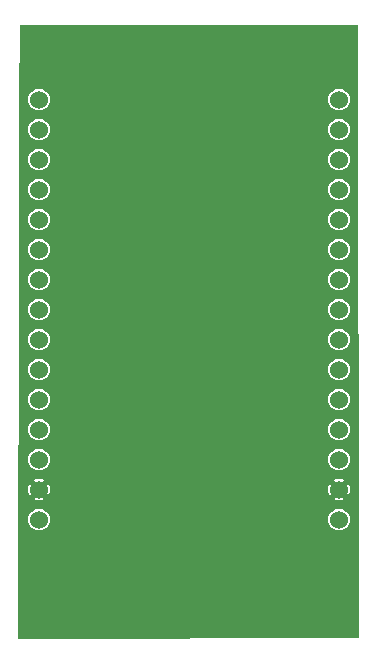
<source format=gbr>
%TF.GenerationSoftware,KiCad,Pcbnew,7.0.8-7.0.8~ubuntu22.04.1*%
%TF.CreationDate,2023-12-23T17:01:05+01:00*%
%TF.ProjectId,Smart_Light,536d6172-745f-44c6-9967-68742e6b6963,rev?*%
%TF.SameCoordinates,Original*%
%TF.FileFunction,Copper,L2,Bot*%
%TF.FilePolarity,Positive*%
%FSLAX46Y46*%
G04 Gerber Fmt 4.6, Leading zero omitted, Abs format (unit mm)*
G04 Created by KiCad (PCBNEW 7.0.8-7.0.8~ubuntu22.04.1) date 2023-12-23 17:01:05*
%MOMM*%
%LPD*%
G01*
G04 APERTURE LIST*
%TA.AperFunction,ComponentPad*%
%ADD10C,1.524000*%
%TD*%
G04 APERTURE END LIST*
D10*
%TO.P,U1,1,EN*%
%TO.N,unconnected-(U1-EN-Pad1)*%
X151645000Y-75900000D03*
%TO.P,U1,2,GPIO36*%
%TO.N,unconnected-(U1-GPIO36-Pad2)*%
X151645000Y-78440000D03*
%TO.P,U1,3,GPIO39*%
%TO.N,unconnected-(U1-GPIO39-Pad3)*%
X151645000Y-80980000D03*
%TO.P,U1,4,GPIO34*%
%TO.N,unconnected-(U1-GPIO34-Pad4)*%
X151645000Y-83520000D03*
%TO.P,U1,5,GPIO35*%
%TO.N,unconnected-(U1-GPIO35-Pad5)*%
X151645000Y-86060000D03*
%TO.P,U1,6,GPIO32*%
%TO.N,unconnected-(U1-GPIO32-Pad6)*%
X151645000Y-88600000D03*
%TO.P,U1,7,GPIO33*%
%TO.N,unconnected-(U1-GPIO33-Pad7)*%
X151645000Y-91140000D03*
%TO.P,U1,8,GPIO25*%
%TO.N,unconnected-(U1-GPIO25-Pad8)*%
X151645000Y-93680000D03*
%TO.P,U1,9,GPIO26*%
%TO.N,unconnected-(U1-GPIO26-Pad9)*%
X151645000Y-96220000D03*
%TO.P,U1,10,GPIO27*%
%TO.N,unconnected-(U1-GPIO27-Pad10)*%
X151645000Y-98760000D03*
%TO.P,U1,11,GPIO14*%
%TO.N,unconnected-(U1-GPIO14-Pad11)*%
X151645000Y-101300000D03*
%TO.P,U1,12,GPIO12*%
%TO.N,unconnected-(U1-GPIO12-Pad12)*%
X151645000Y-103840000D03*
%TO.P,U1,13,GPIO13*%
%TO.N,unconnected-(U1-GPIO13-Pad13)*%
X151645000Y-106380000D03*
%TO.P,U1,14,GND*%
%TO.N,Earth*%
X151645000Y-108920000D03*
%TO.P,U1,15,VIN*%
%TO.N,+5V*%
X151645000Y-111460000D03*
%TO.P,U1,16,GPIO23*%
%TO.N,unconnected-(U1-GPIO23-Pad16)*%
X126245000Y-75900000D03*
%TO.P,U1,17,GPIO22*%
%TO.N,unconnected-(U1-GPIO22-Pad17)*%
X126245000Y-78440000D03*
%TO.P,U1,18,GPIO01*%
%TO.N,unconnected-(U1-GPIO01-Pad18)*%
X126245000Y-80980000D03*
%TO.P,U1,19,GPIO03*%
%TO.N,unconnected-(U1-GPIO03-Pad19)*%
X126245000Y-83520000D03*
%TO.P,U1,20,GPIO21*%
%TO.N,unconnected-(U1-GPIO21-Pad20)*%
X126245000Y-86060000D03*
%TO.P,U1,21,GPIO19*%
%TO.N,unconnected-(U1-GPIO19-Pad21)*%
X126245000Y-88600000D03*
%TO.P,U1,22,GPIO18*%
%TO.N,unconnected-(U1-GPIO18-Pad22)*%
X126245000Y-91140000D03*
%TO.P,U1,23,GPIO05*%
%TO.N,unconnected-(U1-GPIO05-Pad23)*%
X126245000Y-93680000D03*
%TO.P,U1,24,GPIO17*%
%TO.N,unconnected-(U1-GPIO17-Pad24)*%
X126245000Y-96220000D03*
%TO.P,U1,25,GPIO16*%
%TO.N,unconnected-(U1-GPIO16-Pad25)*%
X126245000Y-98760000D03*
%TO.P,U1,26,GPIO04*%
%TO.N,/LIGHT_CTRL*%
X126245000Y-101300000D03*
%TO.P,U1,27,GPIO02*%
%TO.N,unconnected-(U1-GPIO02-Pad27)*%
X126245000Y-103840000D03*
%TO.P,U1,28,GPIO15*%
%TO.N,unconnected-(U1-GPIO15-Pad28)*%
X126245000Y-106380000D03*
%TO.P,U1,29,GND*%
%TO.N,Earth*%
X126245000Y-108920000D03*
%TO.P,U1,30,3V3*%
%TO.N,unconnected-(U1-3V3-Pad30)*%
X126245000Y-111460000D03*
%TD*%
%TA.AperFunction,Conductor*%
%TO.N,Earth*%
G36*
X153146370Y-69589870D02*
G01*
X153213387Y-69609625D01*
X153259086Y-69662477D01*
X153270238Y-69713631D01*
X153369761Y-121326318D01*
X153350206Y-121393395D01*
X153297490Y-121439252D01*
X153246319Y-121450556D01*
X124584870Y-121579438D01*
X124517742Y-121560055D01*
X124471750Y-121507457D01*
X124460312Y-121455129D01*
X124483010Y-112372500D01*
X124485290Y-111460000D01*
X125327474Y-111460000D01*
X125347524Y-111650764D01*
X125347525Y-111650767D01*
X125406795Y-111833185D01*
X125406798Y-111833191D01*
X125502704Y-111999306D01*
X125502709Y-111999313D01*
X125631054Y-112141854D01*
X125631056Y-112141856D01*
X125786235Y-112254600D01*
X125786236Y-112254601D01*
X125961469Y-112332619D01*
X126149092Y-112372500D01*
X126340908Y-112372500D01*
X126528531Y-112332619D01*
X126703763Y-112254601D01*
X126858945Y-112141855D01*
X126941348Y-112050336D01*
X126987290Y-111999313D01*
X126987295Y-111999306D01*
X127083202Y-111833191D01*
X127142476Y-111650764D01*
X127162526Y-111460000D01*
X150727474Y-111460000D01*
X150747524Y-111650764D01*
X150747525Y-111650767D01*
X150806795Y-111833185D01*
X150806798Y-111833191D01*
X150902704Y-111999306D01*
X150902709Y-111999313D01*
X151031054Y-112141854D01*
X151031056Y-112141856D01*
X151186235Y-112254600D01*
X151186236Y-112254601D01*
X151361469Y-112332619D01*
X151549092Y-112372500D01*
X151740908Y-112372500D01*
X151928531Y-112332619D01*
X152103763Y-112254601D01*
X152258945Y-112141855D01*
X152341348Y-112050336D01*
X152387290Y-111999313D01*
X152387295Y-111999306D01*
X152483202Y-111833191D01*
X152542476Y-111650764D01*
X152562526Y-111460000D01*
X152542476Y-111269236D01*
X152483202Y-111086809D01*
X152387294Y-110920692D01*
X152387290Y-110920686D01*
X152258945Y-110778145D01*
X152258943Y-110778143D01*
X152103764Y-110665399D01*
X152103763Y-110665398D01*
X151928530Y-110587380D01*
X151740908Y-110547500D01*
X151549092Y-110547500D01*
X151361469Y-110587380D01*
X151361468Y-110587380D01*
X151186236Y-110665398D01*
X151186235Y-110665399D01*
X151031056Y-110778143D01*
X151031054Y-110778145D01*
X150902709Y-110920686D01*
X150902704Y-110920693D01*
X150806798Y-111086808D01*
X150806795Y-111086814D01*
X150747525Y-111269232D01*
X150747524Y-111269236D01*
X150727474Y-111460000D01*
X127162526Y-111460000D01*
X127142476Y-111269236D01*
X127083202Y-111086809D01*
X126987294Y-110920692D01*
X126987290Y-110920686D01*
X126858945Y-110778145D01*
X126858943Y-110778143D01*
X126703764Y-110665399D01*
X126703763Y-110665398D01*
X126528530Y-110587380D01*
X126340908Y-110547500D01*
X126149092Y-110547500D01*
X125961469Y-110587380D01*
X125961468Y-110587380D01*
X125786236Y-110665398D01*
X125786235Y-110665399D01*
X125631056Y-110778143D01*
X125631054Y-110778145D01*
X125502709Y-110920686D01*
X125502704Y-110920693D01*
X125406798Y-111086808D01*
X125406795Y-111086814D01*
X125347525Y-111269232D01*
X125347524Y-111269236D01*
X125327474Y-111460000D01*
X124485290Y-111460000D01*
X124491638Y-108920000D01*
X125327976Y-108920000D01*
X125348016Y-109110663D01*
X125407254Y-109292980D01*
X125407257Y-109292987D01*
X125447960Y-109363486D01*
X125860096Y-108951350D01*
X125860051Y-108951898D01*
X125891266Y-109075162D01*
X125960813Y-109181612D01*
X126061157Y-109259713D01*
X126181422Y-109301000D01*
X126217553Y-109301000D01*
X125798871Y-109719679D01*
X125961626Y-109792142D01*
X126149144Y-109831999D01*
X126149145Y-109832000D01*
X126340855Y-109832000D01*
X126340855Y-109831999D01*
X126528373Y-109792142D01*
X126528381Y-109792140D01*
X126691126Y-109719680D01*
X126691126Y-109719679D01*
X126272448Y-109301000D01*
X126276569Y-109301000D01*
X126370421Y-109285339D01*
X126482251Y-109224820D01*
X126568371Y-109131269D01*
X126619448Y-109014823D01*
X126625105Y-108946552D01*
X127042038Y-109363486D01*
X127042039Y-109363485D01*
X127082743Y-109292987D01*
X127141983Y-109110663D01*
X127162023Y-108920000D01*
X150727976Y-108920000D01*
X150748016Y-109110663D01*
X150807254Y-109292980D01*
X150807257Y-109292987D01*
X150847960Y-109363486D01*
X151260096Y-108951350D01*
X151260051Y-108951898D01*
X151291266Y-109075162D01*
X151360813Y-109181612D01*
X151461157Y-109259713D01*
X151581422Y-109301000D01*
X151617553Y-109301000D01*
X151198871Y-109719679D01*
X151361626Y-109792142D01*
X151549144Y-109831999D01*
X151549145Y-109832000D01*
X151740855Y-109832000D01*
X151740855Y-109831999D01*
X151928373Y-109792142D01*
X151928381Y-109792140D01*
X152091126Y-109719680D01*
X152091126Y-109719679D01*
X151672448Y-109301000D01*
X151676569Y-109301000D01*
X151770421Y-109285339D01*
X151882251Y-109224820D01*
X151968371Y-109131269D01*
X152019448Y-109014823D01*
X152025105Y-108946552D01*
X152442038Y-109363486D01*
X152442039Y-109363485D01*
X152482743Y-109292987D01*
X152541983Y-109110663D01*
X152562023Y-108920000D01*
X152541983Y-108729336D01*
X152482744Y-108547015D01*
X152442038Y-108476512D01*
X152029903Y-108888648D01*
X152029949Y-108888102D01*
X151998734Y-108764838D01*
X151929187Y-108658388D01*
X151828843Y-108580287D01*
X151708578Y-108539000D01*
X151672448Y-108539000D01*
X152091127Y-108120319D01*
X151928373Y-108047857D01*
X151740855Y-108008000D01*
X151549145Y-108008000D01*
X151361627Y-108047857D01*
X151361624Y-108047857D01*
X151198871Y-108120319D01*
X151617553Y-108539000D01*
X151613431Y-108539000D01*
X151519579Y-108554661D01*
X151407749Y-108615180D01*
X151321629Y-108708731D01*
X151270552Y-108825177D01*
X151264894Y-108893446D01*
X150847960Y-108476513D01*
X150807257Y-108547012D01*
X150807254Y-108547019D01*
X150748016Y-108729336D01*
X150727976Y-108920000D01*
X127162023Y-108920000D01*
X127141983Y-108729336D01*
X127082744Y-108547015D01*
X127042038Y-108476512D01*
X126629903Y-108888648D01*
X126629949Y-108888102D01*
X126598734Y-108764838D01*
X126529187Y-108658388D01*
X126428843Y-108580287D01*
X126308578Y-108539000D01*
X126272448Y-108539000D01*
X126691127Y-108120319D01*
X126528373Y-108047857D01*
X126340855Y-108008000D01*
X126149145Y-108008000D01*
X125961627Y-108047857D01*
X125961624Y-108047857D01*
X125798871Y-108120319D01*
X126217553Y-108539000D01*
X126213431Y-108539000D01*
X126119579Y-108554661D01*
X126007749Y-108615180D01*
X125921629Y-108708731D01*
X125870552Y-108825177D01*
X125864894Y-108893446D01*
X125447960Y-108476513D01*
X125407257Y-108547012D01*
X125407254Y-108547019D01*
X125348016Y-108729336D01*
X125327976Y-108920000D01*
X124491638Y-108920000D01*
X124497985Y-106380000D01*
X125327474Y-106380000D01*
X125347524Y-106570764D01*
X125347525Y-106570767D01*
X125406795Y-106753185D01*
X125406798Y-106753191D01*
X125502704Y-106919306D01*
X125502709Y-106919313D01*
X125631054Y-107061854D01*
X125631056Y-107061856D01*
X125786235Y-107174600D01*
X125786236Y-107174601D01*
X125961469Y-107252619D01*
X126149092Y-107292500D01*
X126340908Y-107292500D01*
X126528531Y-107252619D01*
X126703763Y-107174601D01*
X126858945Y-107061855D01*
X126941348Y-106970336D01*
X126987290Y-106919313D01*
X126987295Y-106919306D01*
X127083202Y-106753191D01*
X127142476Y-106570764D01*
X127162526Y-106380000D01*
X150727474Y-106380000D01*
X150747524Y-106570764D01*
X150747525Y-106570767D01*
X150806795Y-106753185D01*
X150806798Y-106753191D01*
X150902704Y-106919306D01*
X150902709Y-106919313D01*
X151031054Y-107061854D01*
X151031056Y-107061856D01*
X151186235Y-107174600D01*
X151186236Y-107174601D01*
X151361469Y-107252619D01*
X151549092Y-107292500D01*
X151740908Y-107292500D01*
X151928531Y-107252619D01*
X152103763Y-107174601D01*
X152258945Y-107061855D01*
X152341348Y-106970336D01*
X152387290Y-106919313D01*
X152387295Y-106919306D01*
X152483202Y-106753191D01*
X152542476Y-106570764D01*
X152562526Y-106380000D01*
X152542476Y-106189236D01*
X152483202Y-106006809D01*
X152387294Y-105840692D01*
X152387290Y-105840686D01*
X152258945Y-105698145D01*
X152258943Y-105698143D01*
X152103764Y-105585399D01*
X152103763Y-105585398D01*
X151928530Y-105507380D01*
X151740908Y-105467500D01*
X151549092Y-105467500D01*
X151361469Y-105507380D01*
X151361468Y-105507380D01*
X151186236Y-105585398D01*
X151186235Y-105585399D01*
X151031056Y-105698143D01*
X151031054Y-105698145D01*
X150902709Y-105840686D01*
X150902704Y-105840693D01*
X150806798Y-106006808D01*
X150806795Y-106006814D01*
X150747525Y-106189232D01*
X150747524Y-106189236D01*
X150727474Y-106380000D01*
X127162526Y-106380000D01*
X127142476Y-106189236D01*
X127083202Y-106006809D01*
X126987294Y-105840692D01*
X126987290Y-105840686D01*
X126858945Y-105698145D01*
X126858943Y-105698143D01*
X126703764Y-105585399D01*
X126703763Y-105585398D01*
X126528530Y-105507380D01*
X126340908Y-105467500D01*
X126149092Y-105467500D01*
X125961469Y-105507380D01*
X125961468Y-105507380D01*
X125786236Y-105585398D01*
X125786235Y-105585399D01*
X125631056Y-105698143D01*
X125631054Y-105698145D01*
X125502709Y-105840686D01*
X125502704Y-105840693D01*
X125406798Y-106006808D01*
X125406795Y-106006814D01*
X125347525Y-106189232D01*
X125347524Y-106189236D01*
X125327474Y-106380000D01*
X124497985Y-106380000D01*
X124504333Y-103840000D01*
X125327474Y-103840000D01*
X125347524Y-104030764D01*
X125347525Y-104030767D01*
X125406795Y-104213185D01*
X125406798Y-104213191D01*
X125502704Y-104379306D01*
X125502709Y-104379313D01*
X125631054Y-104521854D01*
X125631056Y-104521856D01*
X125786235Y-104634600D01*
X125786236Y-104634601D01*
X125961469Y-104712619D01*
X126149092Y-104752500D01*
X126340908Y-104752500D01*
X126528531Y-104712619D01*
X126703763Y-104634601D01*
X126858945Y-104521855D01*
X126941348Y-104430336D01*
X126987290Y-104379313D01*
X126987295Y-104379306D01*
X127083202Y-104213191D01*
X127142476Y-104030764D01*
X127162526Y-103840000D01*
X150727474Y-103840000D01*
X150747524Y-104030764D01*
X150747525Y-104030767D01*
X150806795Y-104213185D01*
X150806798Y-104213191D01*
X150902704Y-104379306D01*
X150902709Y-104379313D01*
X151031054Y-104521854D01*
X151031056Y-104521856D01*
X151186235Y-104634600D01*
X151186236Y-104634601D01*
X151361469Y-104712619D01*
X151549092Y-104752500D01*
X151740908Y-104752500D01*
X151928531Y-104712619D01*
X152103763Y-104634601D01*
X152258945Y-104521855D01*
X152341348Y-104430336D01*
X152387290Y-104379313D01*
X152387295Y-104379306D01*
X152483202Y-104213191D01*
X152542476Y-104030764D01*
X152562526Y-103840000D01*
X152542476Y-103649236D01*
X152483202Y-103466809D01*
X152387294Y-103300692D01*
X152387290Y-103300686D01*
X152258945Y-103158145D01*
X152258943Y-103158143D01*
X152103764Y-103045399D01*
X152103763Y-103045398D01*
X151928530Y-102967380D01*
X151740908Y-102927500D01*
X151549092Y-102927500D01*
X151361469Y-102967380D01*
X151361468Y-102967380D01*
X151186236Y-103045398D01*
X151186235Y-103045399D01*
X151031056Y-103158143D01*
X151031054Y-103158145D01*
X150902709Y-103300686D01*
X150902704Y-103300693D01*
X150806798Y-103466808D01*
X150806795Y-103466814D01*
X150747525Y-103649232D01*
X150747524Y-103649236D01*
X150727474Y-103840000D01*
X127162526Y-103840000D01*
X127142476Y-103649236D01*
X127083202Y-103466809D01*
X126987294Y-103300692D01*
X126987290Y-103300686D01*
X126858945Y-103158145D01*
X126858943Y-103158143D01*
X126703764Y-103045399D01*
X126703763Y-103045398D01*
X126528530Y-102967380D01*
X126340908Y-102927500D01*
X126149092Y-102927500D01*
X125961469Y-102967380D01*
X125961468Y-102967380D01*
X125786236Y-103045398D01*
X125786235Y-103045399D01*
X125631056Y-103158143D01*
X125631054Y-103158145D01*
X125502709Y-103300686D01*
X125502704Y-103300693D01*
X125406798Y-103466808D01*
X125406795Y-103466814D01*
X125347525Y-103649232D01*
X125347524Y-103649236D01*
X125327474Y-103840000D01*
X124504333Y-103840000D01*
X124510680Y-101300000D01*
X125327474Y-101300000D01*
X125347524Y-101490764D01*
X125347525Y-101490767D01*
X125406795Y-101673185D01*
X125406798Y-101673191D01*
X125502704Y-101839306D01*
X125502709Y-101839313D01*
X125631054Y-101981854D01*
X125631056Y-101981856D01*
X125786235Y-102094600D01*
X125786236Y-102094601D01*
X125961469Y-102172619D01*
X126149092Y-102212500D01*
X126340908Y-102212500D01*
X126528531Y-102172619D01*
X126703763Y-102094601D01*
X126858945Y-101981855D01*
X126941348Y-101890336D01*
X126987290Y-101839313D01*
X126987295Y-101839306D01*
X127083202Y-101673191D01*
X127142476Y-101490764D01*
X127162526Y-101300000D01*
X150727474Y-101300000D01*
X150747524Y-101490764D01*
X150747525Y-101490767D01*
X150806795Y-101673185D01*
X150806798Y-101673191D01*
X150902704Y-101839306D01*
X150902709Y-101839313D01*
X151031054Y-101981854D01*
X151031056Y-101981856D01*
X151186235Y-102094600D01*
X151186236Y-102094601D01*
X151361469Y-102172619D01*
X151549092Y-102212500D01*
X151740908Y-102212500D01*
X151928531Y-102172619D01*
X152103763Y-102094601D01*
X152258945Y-101981855D01*
X152341348Y-101890336D01*
X152387290Y-101839313D01*
X152387295Y-101839306D01*
X152483202Y-101673191D01*
X152542476Y-101490764D01*
X152562526Y-101300000D01*
X152542476Y-101109236D01*
X152483202Y-100926809D01*
X152387294Y-100760692D01*
X152387290Y-100760686D01*
X152258945Y-100618145D01*
X152258943Y-100618143D01*
X152103764Y-100505399D01*
X152103763Y-100505398D01*
X151928530Y-100427380D01*
X151740908Y-100387500D01*
X151549092Y-100387500D01*
X151361469Y-100427380D01*
X151361468Y-100427380D01*
X151186236Y-100505398D01*
X151186235Y-100505399D01*
X151031056Y-100618143D01*
X151031054Y-100618145D01*
X150902709Y-100760686D01*
X150902704Y-100760693D01*
X150806798Y-100926808D01*
X150806795Y-100926814D01*
X150747525Y-101109232D01*
X150747524Y-101109236D01*
X150727474Y-101300000D01*
X127162526Y-101300000D01*
X127142476Y-101109236D01*
X127083202Y-100926809D01*
X126987294Y-100760692D01*
X126987290Y-100760686D01*
X126858945Y-100618145D01*
X126858943Y-100618143D01*
X126703764Y-100505399D01*
X126703763Y-100505398D01*
X126528530Y-100427380D01*
X126340908Y-100387500D01*
X126149092Y-100387500D01*
X125961469Y-100427380D01*
X125961468Y-100427380D01*
X125786236Y-100505398D01*
X125786235Y-100505399D01*
X125631056Y-100618143D01*
X125631054Y-100618145D01*
X125502709Y-100760686D01*
X125502704Y-100760693D01*
X125406798Y-100926808D01*
X125406795Y-100926814D01*
X125347525Y-101109232D01*
X125347524Y-101109236D01*
X125327474Y-101300000D01*
X124510680Y-101300000D01*
X124517028Y-98760000D01*
X125327474Y-98760000D01*
X125347524Y-98950764D01*
X125347525Y-98950767D01*
X125406795Y-99133185D01*
X125406798Y-99133191D01*
X125502704Y-99299306D01*
X125502709Y-99299313D01*
X125631054Y-99441854D01*
X125631056Y-99441856D01*
X125786235Y-99554600D01*
X125786236Y-99554601D01*
X125961469Y-99632619D01*
X126149092Y-99672500D01*
X126340908Y-99672500D01*
X126528531Y-99632619D01*
X126703763Y-99554601D01*
X126858945Y-99441855D01*
X126941348Y-99350336D01*
X126987290Y-99299313D01*
X126987295Y-99299306D01*
X127083202Y-99133191D01*
X127142476Y-98950764D01*
X127162526Y-98760000D01*
X150727474Y-98760000D01*
X150747524Y-98950764D01*
X150747525Y-98950767D01*
X150806795Y-99133185D01*
X150806798Y-99133191D01*
X150902704Y-99299306D01*
X150902709Y-99299313D01*
X151031054Y-99441854D01*
X151031056Y-99441856D01*
X151186235Y-99554600D01*
X151186236Y-99554601D01*
X151361469Y-99632619D01*
X151549092Y-99672500D01*
X151740908Y-99672500D01*
X151928531Y-99632619D01*
X152103763Y-99554601D01*
X152258945Y-99441855D01*
X152341348Y-99350336D01*
X152387290Y-99299313D01*
X152387295Y-99299306D01*
X152483202Y-99133191D01*
X152542476Y-98950764D01*
X152562526Y-98760000D01*
X152542476Y-98569236D01*
X152483202Y-98386809D01*
X152387294Y-98220692D01*
X152387290Y-98220686D01*
X152258945Y-98078145D01*
X152258943Y-98078143D01*
X152103764Y-97965399D01*
X152103763Y-97965398D01*
X151928530Y-97887380D01*
X151740908Y-97847500D01*
X151549092Y-97847500D01*
X151361469Y-97887380D01*
X151361468Y-97887380D01*
X151186236Y-97965398D01*
X151186235Y-97965399D01*
X151031056Y-98078143D01*
X151031054Y-98078145D01*
X150902709Y-98220686D01*
X150902704Y-98220693D01*
X150806798Y-98386808D01*
X150806795Y-98386814D01*
X150747525Y-98569232D01*
X150747524Y-98569236D01*
X150727474Y-98760000D01*
X127162526Y-98760000D01*
X127142476Y-98569236D01*
X127083202Y-98386809D01*
X126987294Y-98220692D01*
X126987290Y-98220686D01*
X126858945Y-98078145D01*
X126858943Y-98078143D01*
X126703764Y-97965399D01*
X126703763Y-97965398D01*
X126528530Y-97887380D01*
X126340908Y-97847500D01*
X126149092Y-97847500D01*
X125961469Y-97887380D01*
X125961468Y-97887380D01*
X125786236Y-97965398D01*
X125786235Y-97965399D01*
X125631056Y-98078143D01*
X125631054Y-98078145D01*
X125502709Y-98220686D01*
X125502704Y-98220693D01*
X125406798Y-98386808D01*
X125406795Y-98386814D01*
X125347525Y-98569232D01*
X125347524Y-98569236D01*
X125327474Y-98760000D01*
X124517028Y-98760000D01*
X124523375Y-96220000D01*
X125327474Y-96220000D01*
X125347524Y-96410764D01*
X125347525Y-96410767D01*
X125406795Y-96593185D01*
X125406798Y-96593191D01*
X125502704Y-96759306D01*
X125502709Y-96759313D01*
X125631054Y-96901854D01*
X125631056Y-96901856D01*
X125786235Y-97014600D01*
X125786236Y-97014601D01*
X125961469Y-97092619D01*
X126149092Y-97132500D01*
X126340908Y-97132500D01*
X126528531Y-97092619D01*
X126703763Y-97014601D01*
X126858945Y-96901855D01*
X126941348Y-96810336D01*
X126987290Y-96759313D01*
X126987295Y-96759306D01*
X127083202Y-96593191D01*
X127142476Y-96410764D01*
X127162526Y-96220000D01*
X150727474Y-96220000D01*
X150747524Y-96410764D01*
X150747525Y-96410767D01*
X150806795Y-96593185D01*
X150806798Y-96593191D01*
X150902704Y-96759306D01*
X150902709Y-96759313D01*
X151031054Y-96901854D01*
X151031056Y-96901856D01*
X151186235Y-97014600D01*
X151186236Y-97014601D01*
X151361469Y-97092619D01*
X151549092Y-97132500D01*
X151740908Y-97132500D01*
X151928531Y-97092619D01*
X152103763Y-97014601D01*
X152258945Y-96901855D01*
X152341348Y-96810336D01*
X152387290Y-96759313D01*
X152387295Y-96759306D01*
X152483202Y-96593191D01*
X152542476Y-96410764D01*
X152562526Y-96220000D01*
X152542476Y-96029236D01*
X152483202Y-95846809D01*
X152387294Y-95680692D01*
X152387290Y-95680686D01*
X152258945Y-95538145D01*
X152258943Y-95538143D01*
X152103764Y-95425399D01*
X152103763Y-95425398D01*
X151928530Y-95347380D01*
X151740908Y-95307500D01*
X151549092Y-95307500D01*
X151361469Y-95347380D01*
X151361468Y-95347380D01*
X151186236Y-95425398D01*
X151186235Y-95425399D01*
X151031056Y-95538143D01*
X151031054Y-95538145D01*
X150902709Y-95680686D01*
X150902704Y-95680693D01*
X150806798Y-95846808D01*
X150806795Y-95846814D01*
X150747525Y-96029232D01*
X150747524Y-96029236D01*
X150727474Y-96220000D01*
X127162526Y-96220000D01*
X127142476Y-96029236D01*
X127083202Y-95846809D01*
X126987294Y-95680692D01*
X126987290Y-95680686D01*
X126858945Y-95538145D01*
X126858943Y-95538143D01*
X126703764Y-95425399D01*
X126703763Y-95425398D01*
X126528530Y-95347380D01*
X126340908Y-95307500D01*
X126149092Y-95307500D01*
X125961469Y-95347380D01*
X125961468Y-95347380D01*
X125786236Y-95425398D01*
X125786235Y-95425399D01*
X125631056Y-95538143D01*
X125631054Y-95538145D01*
X125502709Y-95680686D01*
X125502704Y-95680693D01*
X125406798Y-95846808D01*
X125406795Y-95846814D01*
X125347525Y-96029232D01*
X125347524Y-96029236D01*
X125327474Y-96220000D01*
X124523375Y-96220000D01*
X124529723Y-93680000D01*
X125327474Y-93680000D01*
X125347524Y-93870764D01*
X125347525Y-93870767D01*
X125406795Y-94053185D01*
X125406798Y-94053191D01*
X125502704Y-94219306D01*
X125502709Y-94219313D01*
X125631054Y-94361854D01*
X125631056Y-94361856D01*
X125786235Y-94474600D01*
X125786236Y-94474601D01*
X125961469Y-94552619D01*
X126149092Y-94592500D01*
X126340908Y-94592500D01*
X126528531Y-94552619D01*
X126703763Y-94474601D01*
X126858945Y-94361855D01*
X126941348Y-94270336D01*
X126987290Y-94219313D01*
X126987295Y-94219306D01*
X127083202Y-94053191D01*
X127142476Y-93870764D01*
X127162526Y-93680000D01*
X150727474Y-93680000D01*
X150747524Y-93870764D01*
X150747525Y-93870767D01*
X150806795Y-94053185D01*
X150806798Y-94053191D01*
X150902704Y-94219306D01*
X150902709Y-94219313D01*
X151031054Y-94361854D01*
X151031056Y-94361856D01*
X151186235Y-94474600D01*
X151186236Y-94474601D01*
X151361469Y-94552619D01*
X151549092Y-94592500D01*
X151740908Y-94592500D01*
X151928531Y-94552619D01*
X152103763Y-94474601D01*
X152258945Y-94361855D01*
X152341348Y-94270336D01*
X152387290Y-94219313D01*
X152387295Y-94219306D01*
X152483202Y-94053191D01*
X152542476Y-93870764D01*
X152562526Y-93680000D01*
X152542476Y-93489236D01*
X152483202Y-93306809D01*
X152387294Y-93140692D01*
X152387290Y-93140686D01*
X152258945Y-92998145D01*
X152258943Y-92998143D01*
X152103764Y-92885399D01*
X152103763Y-92885398D01*
X151928530Y-92807380D01*
X151740908Y-92767500D01*
X151549092Y-92767500D01*
X151361469Y-92807380D01*
X151361468Y-92807380D01*
X151186236Y-92885398D01*
X151186235Y-92885399D01*
X151031056Y-92998143D01*
X151031054Y-92998145D01*
X150902709Y-93140686D01*
X150902704Y-93140693D01*
X150806798Y-93306808D01*
X150806795Y-93306814D01*
X150747525Y-93489232D01*
X150747524Y-93489236D01*
X150727474Y-93680000D01*
X127162526Y-93680000D01*
X127142476Y-93489236D01*
X127083202Y-93306809D01*
X126987294Y-93140692D01*
X126987290Y-93140686D01*
X126858945Y-92998145D01*
X126858943Y-92998143D01*
X126703764Y-92885399D01*
X126703763Y-92885398D01*
X126528530Y-92807380D01*
X126340908Y-92767500D01*
X126149092Y-92767500D01*
X125961469Y-92807380D01*
X125961468Y-92807380D01*
X125786236Y-92885398D01*
X125786235Y-92885399D01*
X125631056Y-92998143D01*
X125631054Y-92998145D01*
X125502709Y-93140686D01*
X125502704Y-93140693D01*
X125406798Y-93306808D01*
X125406795Y-93306814D01*
X125347525Y-93489232D01*
X125347524Y-93489236D01*
X125327474Y-93680000D01*
X124529723Y-93680000D01*
X124536070Y-91140000D01*
X125327474Y-91140000D01*
X125347524Y-91330764D01*
X125347525Y-91330767D01*
X125406795Y-91513185D01*
X125406798Y-91513191D01*
X125502704Y-91679306D01*
X125502709Y-91679313D01*
X125631054Y-91821854D01*
X125631056Y-91821856D01*
X125786235Y-91934600D01*
X125786236Y-91934601D01*
X125961469Y-92012619D01*
X126149092Y-92052500D01*
X126340908Y-92052500D01*
X126528531Y-92012619D01*
X126703763Y-91934601D01*
X126858945Y-91821855D01*
X126941348Y-91730336D01*
X126987290Y-91679313D01*
X126987295Y-91679306D01*
X127083202Y-91513191D01*
X127142476Y-91330764D01*
X127162526Y-91140000D01*
X150727474Y-91140000D01*
X150747524Y-91330764D01*
X150747525Y-91330767D01*
X150806795Y-91513185D01*
X150806798Y-91513191D01*
X150902704Y-91679306D01*
X150902709Y-91679313D01*
X151031054Y-91821854D01*
X151031056Y-91821856D01*
X151186235Y-91934600D01*
X151186236Y-91934601D01*
X151361469Y-92012619D01*
X151549092Y-92052500D01*
X151740908Y-92052500D01*
X151928531Y-92012619D01*
X152103763Y-91934601D01*
X152258945Y-91821855D01*
X152341348Y-91730336D01*
X152387290Y-91679313D01*
X152387295Y-91679306D01*
X152483202Y-91513191D01*
X152542476Y-91330764D01*
X152562526Y-91140000D01*
X152542476Y-90949236D01*
X152483202Y-90766809D01*
X152387294Y-90600692D01*
X152387290Y-90600686D01*
X152258945Y-90458145D01*
X152258943Y-90458143D01*
X152103764Y-90345399D01*
X152103763Y-90345398D01*
X151928530Y-90267380D01*
X151740908Y-90227500D01*
X151549092Y-90227500D01*
X151361469Y-90267380D01*
X151361468Y-90267380D01*
X151186236Y-90345398D01*
X151186235Y-90345399D01*
X151031056Y-90458143D01*
X151031054Y-90458145D01*
X150902709Y-90600686D01*
X150902704Y-90600693D01*
X150806798Y-90766808D01*
X150806795Y-90766814D01*
X150747525Y-90949232D01*
X150747524Y-90949236D01*
X150727474Y-91140000D01*
X127162526Y-91140000D01*
X127142476Y-90949236D01*
X127083202Y-90766809D01*
X126987294Y-90600692D01*
X126987290Y-90600686D01*
X126858945Y-90458145D01*
X126858943Y-90458143D01*
X126703764Y-90345399D01*
X126703763Y-90345398D01*
X126528530Y-90267380D01*
X126340908Y-90227500D01*
X126149092Y-90227500D01*
X125961469Y-90267380D01*
X125961468Y-90267380D01*
X125786236Y-90345398D01*
X125786235Y-90345399D01*
X125631056Y-90458143D01*
X125631054Y-90458145D01*
X125502709Y-90600686D01*
X125502704Y-90600693D01*
X125406798Y-90766808D01*
X125406795Y-90766814D01*
X125347525Y-90949232D01*
X125347524Y-90949236D01*
X125327474Y-91140000D01*
X124536070Y-91140000D01*
X124542418Y-88600000D01*
X125327474Y-88600000D01*
X125347524Y-88790764D01*
X125347525Y-88790767D01*
X125406795Y-88973185D01*
X125406798Y-88973191D01*
X125502704Y-89139306D01*
X125502709Y-89139313D01*
X125631054Y-89281854D01*
X125631056Y-89281856D01*
X125786235Y-89394600D01*
X125786236Y-89394601D01*
X125961469Y-89472619D01*
X126149092Y-89512500D01*
X126340908Y-89512500D01*
X126528531Y-89472619D01*
X126703763Y-89394601D01*
X126858945Y-89281855D01*
X126941348Y-89190336D01*
X126987290Y-89139313D01*
X126987295Y-89139306D01*
X127083202Y-88973191D01*
X127142476Y-88790764D01*
X127162526Y-88600000D01*
X150727474Y-88600000D01*
X150747524Y-88790764D01*
X150747525Y-88790767D01*
X150806795Y-88973185D01*
X150806798Y-88973191D01*
X150902704Y-89139306D01*
X150902709Y-89139313D01*
X151031054Y-89281854D01*
X151031056Y-89281856D01*
X151186235Y-89394600D01*
X151186236Y-89394601D01*
X151361469Y-89472619D01*
X151549092Y-89512500D01*
X151740908Y-89512500D01*
X151928531Y-89472619D01*
X152103763Y-89394601D01*
X152258945Y-89281855D01*
X152341348Y-89190336D01*
X152387290Y-89139313D01*
X152387295Y-89139306D01*
X152483202Y-88973191D01*
X152542476Y-88790764D01*
X152562526Y-88600000D01*
X152542476Y-88409236D01*
X152483202Y-88226809D01*
X152387294Y-88060692D01*
X152387290Y-88060686D01*
X152258945Y-87918145D01*
X152258943Y-87918143D01*
X152103764Y-87805399D01*
X152103763Y-87805398D01*
X151928530Y-87727380D01*
X151740908Y-87687500D01*
X151549092Y-87687500D01*
X151361469Y-87727380D01*
X151361468Y-87727380D01*
X151186236Y-87805398D01*
X151186235Y-87805399D01*
X151031056Y-87918143D01*
X151031054Y-87918145D01*
X150902709Y-88060686D01*
X150902704Y-88060693D01*
X150806798Y-88226808D01*
X150806795Y-88226814D01*
X150747525Y-88409232D01*
X150747524Y-88409236D01*
X150727474Y-88600000D01*
X127162526Y-88600000D01*
X127142476Y-88409236D01*
X127083202Y-88226809D01*
X126987294Y-88060692D01*
X126987290Y-88060686D01*
X126858945Y-87918145D01*
X126858943Y-87918143D01*
X126703764Y-87805399D01*
X126703763Y-87805398D01*
X126528530Y-87727380D01*
X126340908Y-87687500D01*
X126149092Y-87687500D01*
X125961469Y-87727380D01*
X125961468Y-87727380D01*
X125786236Y-87805398D01*
X125786235Y-87805399D01*
X125631056Y-87918143D01*
X125631054Y-87918145D01*
X125502709Y-88060686D01*
X125502704Y-88060693D01*
X125406798Y-88226808D01*
X125406795Y-88226814D01*
X125347525Y-88409232D01*
X125347524Y-88409236D01*
X125327474Y-88600000D01*
X124542418Y-88600000D01*
X124548765Y-86060000D01*
X125327474Y-86060000D01*
X125347524Y-86250764D01*
X125347525Y-86250767D01*
X125406795Y-86433185D01*
X125406798Y-86433191D01*
X125502704Y-86599306D01*
X125502709Y-86599313D01*
X125631054Y-86741854D01*
X125631056Y-86741856D01*
X125786235Y-86854600D01*
X125786236Y-86854601D01*
X125961469Y-86932619D01*
X126149092Y-86972500D01*
X126340908Y-86972500D01*
X126528531Y-86932619D01*
X126703763Y-86854601D01*
X126858945Y-86741855D01*
X126941348Y-86650336D01*
X126987290Y-86599313D01*
X126987295Y-86599306D01*
X127083202Y-86433191D01*
X127142476Y-86250764D01*
X127162526Y-86060000D01*
X150727474Y-86060000D01*
X150747524Y-86250764D01*
X150747525Y-86250767D01*
X150806795Y-86433185D01*
X150806798Y-86433191D01*
X150902704Y-86599306D01*
X150902709Y-86599313D01*
X151031054Y-86741854D01*
X151031056Y-86741856D01*
X151186235Y-86854600D01*
X151186236Y-86854601D01*
X151361469Y-86932619D01*
X151549092Y-86972500D01*
X151740908Y-86972500D01*
X151928531Y-86932619D01*
X152103763Y-86854601D01*
X152258945Y-86741855D01*
X152341348Y-86650336D01*
X152387290Y-86599313D01*
X152387295Y-86599306D01*
X152483202Y-86433191D01*
X152542476Y-86250764D01*
X152562526Y-86060000D01*
X152542476Y-85869236D01*
X152483202Y-85686809D01*
X152387294Y-85520692D01*
X152387290Y-85520686D01*
X152258945Y-85378145D01*
X152258943Y-85378143D01*
X152103764Y-85265399D01*
X152103763Y-85265398D01*
X151928530Y-85187380D01*
X151740908Y-85147500D01*
X151549092Y-85147500D01*
X151361469Y-85187380D01*
X151361468Y-85187380D01*
X151186236Y-85265398D01*
X151186235Y-85265399D01*
X151031056Y-85378143D01*
X151031054Y-85378145D01*
X150902709Y-85520686D01*
X150902704Y-85520693D01*
X150806798Y-85686808D01*
X150806795Y-85686814D01*
X150747525Y-85869232D01*
X150747524Y-85869236D01*
X150727474Y-86060000D01*
X127162526Y-86060000D01*
X127142476Y-85869236D01*
X127083202Y-85686809D01*
X126987294Y-85520692D01*
X126987290Y-85520686D01*
X126858945Y-85378145D01*
X126858943Y-85378143D01*
X126703764Y-85265399D01*
X126703763Y-85265398D01*
X126528530Y-85187380D01*
X126340908Y-85147500D01*
X126149092Y-85147500D01*
X125961469Y-85187380D01*
X125961468Y-85187380D01*
X125786236Y-85265398D01*
X125786235Y-85265399D01*
X125631056Y-85378143D01*
X125631054Y-85378145D01*
X125502709Y-85520686D01*
X125502704Y-85520693D01*
X125406798Y-85686808D01*
X125406795Y-85686814D01*
X125347525Y-85869232D01*
X125347524Y-85869236D01*
X125327474Y-86060000D01*
X124548765Y-86060000D01*
X124555113Y-83520000D01*
X125327474Y-83520000D01*
X125347524Y-83710764D01*
X125347525Y-83710767D01*
X125406795Y-83893185D01*
X125406798Y-83893191D01*
X125502704Y-84059306D01*
X125502709Y-84059313D01*
X125631054Y-84201854D01*
X125631056Y-84201856D01*
X125786235Y-84314600D01*
X125786236Y-84314601D01*
X125961469Y-84392619D01*
X126149092Y-84432500D01*
X126340908Y-84432500D01*
X126528531Y-84392619D01*
X126703763Y-84314601D01*
X126858945Y-84201855D01*
X126941348Y-84110336D01*
X126987290Y-84059313D01*
X126987295Y-84059306D01*
X127083202Y-83893191D01*
X127142476Y-83710764D01*
X127162526Y-83520000D01*
X150727474Y-83520000D01*
X150747524Y-83710764D01*
X150747525Y-83710767D01*
X150806795Y-83893185D01*
X150806798Y-83893191D01*
X150902704Y-84059306D01*
X150902709Y-84059313D01*
X151031054Y-84201854D01*
X151031056Y-84201856D01*
X151186235Y-84314600D01*
X151186236Y-84314601D01*
X151361469Y-84392619D01*
X151549092Y-84432500D01*
X151740908Y-84432500D01*
X151928531Y-84392619D01*
X152103763Y-84314601D01*
X152258945Y-84201855D01*
X152341348Y-84110336D01*
X152387290Y-84059313D01*
X152387295Y-84059306D01*
X152483202Y-83893191D01*
X152542476Y-83710764D01*
X152562526Y-83520000D01*
X152542476Y-83329236D01*
X152483202Y-83146809D01*
X152387294Y-82980692D01*
X152387290Y-82980686D01*
X152258945Y-82838145D01*
X152258943Y-82838143D01*
X152103764Y-82725399D01*
X152103763Y-82725398D01*
X151928530Y-82647380D01*
X151740908Y-82607500D01*
X151549092Y-82607500D01*
X151361469Y-82647380D01*
X151361468Y-82647380D01*
X151186236Y-82725398D01*
X151186235Y-82725399D01*
X151031056Y-82838143D01*
X151031054Y-82838145D01*
X150902709Y-82980686D01*
X150902704Y-82980693D01*
X150806798Y-83146808D01*
X150806795Y-83146814D01*
X150747525Y-83329232D01*
X150747524Y-83329236D01*
X150727474Y-83520000D01*
X127162526Y-83520000D01*
X127142476Y-83329236D01*
X127083202Y-83146809D01*
X126987294Y-82980692D01*
X126987290Y-82980686D01*
X126858945Y-82838145D01*
X126858943Y-82838143D01*
X126703764Y-82725399D01*
X126703763Y-82725398D01*
X126528530Y-82647380D01*
X126340908Y-82607500D01*
X126149092Y-82607500D01*
X125961469Y-82647380D01*
X125961468Y-82647380D01*
X125786236Y-82725398D01*
X125786235Y-82725399D01*
X125631056Y-82838143D01*
X125631054Y-82838145D01*
X125502709Y-82980686D01*
X125502704Y-82980693D01*
X125406798Y-83146808D01*
X125406795Y-83146814D01*
X125347525Y-83329232D01*
X125347524Y-83329236D01*
X125327474Y-83520000D01*
X124555113Y-83520000D01*
X124561460Y-80980000D01*
X125327474Y-80980000D01*
X125347524Y-81170764D01*
X125347525Y-81170767D01*
X125406795Y-81353185D01*
X125406798Y-81353191D01*
X125502704Y-81519306D01*
X125502709Y-81519313D01*
X125631054Y-81661854D01*
X125631056Y-81661856D01*
X125786235Y-81774600D01*
X125786236Y-81774601D01*
X125961469Y-81852619D01*
X126149092Y-81892500D01*
X126340908Y-81892500D01*
X126528531Y-81852619D01*
X126703763Y-81774601D01*
X126858945Y-81661855D01*
X126941348Y-81570336D01*
X126987290Y-81519313D01*
X126987295Y-81519306D01*
X127083202Y-81353191D01*
X127142476Y-81170764D01*
X127162526Y-80980000D01*
X150727474Y-80980000D01*
X150747524Y-81170764D01*
X150747525Y-81170767D01*
X150806795Y-81353185D01*
X150806798Y-81353191D01*
X150902704Y-81519306D01*
X150902709Y-81519313D01*
X151031054Y-81661854D01*
X151031056Y-81661856D01*
X151186235Y-81774600D01*
X151186236Y-81774601D01*
X151361469Y-81852619D01*
X151549092Y-81892500D01*
X151740908Y-81892500D01*
X151928531Y-81852619D01*
X152103763Y-81774601D01*
X152258945Y-81661855D01*
X152341348Y-81570336D01*
X152387290Y-81519313D01*
X152387295Y-81519306D01*
X152483202Y-81353191D01*
X152542476Y-81170764D01*
X152562526Y-80980000D01*
X152542476Y-80789236D01*
X152483202Y-80606809D01*
X152387294Y-80440692D01*
X152387290Y-80440686D01*
X152258945Y-80298145D01*
X152258943Y-80298143D01*
X152103764Y-80185399D01*
X152103763Y-80185398D01*
X151928530Y-80107380D01*
X151740908Y-80067500D01*
X151549092Y-80067500D01*
X151361469Y-80107380D01*
X151361468Y-80107380D01*
X151186236Y-80185398D01*
X151186235Y-80185399D01*
X151031056Y-80298143D01*
X151031054Y-80298145D01*
X150902709Y-80440686D01*
X150902704Y-80440693D01*
X150806798Y-80606808D01*
X150806795Y-80606814D01*
X150747525Y-80789232D01*
X150747524Y-80789236D01*
X150727474Y-80980000D01*
X127162526Y-80980000D01*
X127142476Y-80789236D01*
X127083202Y-80606809D01*
X126987294Y-80440692D01*
X126987290Y-80440686D01*
X126858945Y-80298145D01*
X126858943Y-80298143D01*
X126703764Y-80185399D01*
X126703763Y-80185398D01*
X126528530Y-80107380D01*
X126340908Y-80067500D01*
X126149092Y-80067500D01*
X125961469Y-80107380D01*
X125961468Y-80107380D01*
X125786236Y-80185398D01*
X125786235Y-80185399D01*
X125631056Y-80298143D01*
X125631054Y-80298145D01*
X125502709Y-80440686D01*
X125502704Y-80440693D01*
X125406798Y-80606808D01*
X125406795Y-80606814D01*
X125347525Y-80789232D01*
X125347524Y-80789236D01*
X125327474Y-80980000D01*
X124561460Y-80980000D01*
X124567808Y-78440000D01*
X125327474Y-78440000D01*
X125347524Y-78630764D01*
X125347525Y-78630767D01*
X125406795Y-78813185D01*
X125406798Y-78813191D01*
X125502704Y-78979306D01*
X125502709Y-78979313D01*
X125631054Y-79121854D01*
X125631056Y-79121856D01*
X125786235Y-79234600D01*
X125786236Y-79234601D01*
X125961469Y-79312619D01*
X126149092Y-79352500D01*
X126340908Y-79352500D01*
X126528531Y-79312619D01*
X126703763Y-79234601D01*
X126858945Y-79121855D01*
X126941348Y-79030336D01*
X126987290Y-78979313D01*
X126987295Y-78979306D01*
X127083202Y-78813191D01*
X127142476Y-78630764D01*
X127162526Y-78440000D01*
X150727474Y-78440000D01*
X150747524Y-78630764D01*
X150747525Y-78630767D01*
X150806795Y-78813185D01*
X150806798Y-78813191D01*
X150902704Y-78979306D01*
X150902709Y-78979313D01*
X151031054Y-79121854D01*
X151031056Y-79121856D01*
X151186235Y-79234600D01*
X151186236Y-79234601D01*
X151361469Y-79312619D01*
X151549092Y-79352500D01*
X151740908Y-79352500D01*
X151928531Y-79312619D01*
X152103763Y-79234601D01*
X152258945Y-79121855D01*
X152341348Y-79030336D01*
X152387290Y-78979313D01*
X152387295Y-78979306D01*
X152483202Y-78813191D01*
X152542476Y-78630764D01*
X152562526Y-78440000D01*
X152542476Y-78249236D01*
X152483202Y-78066809D01*
X152387294Y-77900692D01*
X152387290Y-77900686D01*
X152258945Y-77758145D01*
X152258943Y-77758143D01*
X152103764Y-77645399D01*
X152103763Y-77645398D01*
X151928530Y-77567380D01*
X151740908Y-77527500D01*
X151549092Y-77527500D01*
X151361469Y-77567380D01*
X151361468Y-77567380D01*
X151186236Y-77645398D01*
X151186235Y-77645399D01*
X151031056Y-77758143D01*
X151031054Y-77758145D01*
X150902709Y-77900686D01*
X150902704Y-77900693D01*
X150806798Y-78066808D01*
X150806795Y-78066814D01*
X150747525Y-78249232D01*
X150747524Y-78249236D01*
X150727474Y-78440000D01*
X127162526Y-78440000D01*
X127142476Y-78249236D01*
X127083202Y-78066809D01*
X126987294Y-77900692D01*
X126987290Y-77900686D01*
X126858945Y-77758145D01*
X126858943Y-77758143D01*
X126703764Y-77645399D01*
X126703763Y-77645398D01*
X126528530Y-77567380D01*
X126340908Y-77527500D01*
X126149092Y-77527500D01*
X125961469Y-77567380D01*
X125961468Y-77567380D01*
X125786236Y-77645398D01*
X125786235Y-77645399D01*
X125631056Y-77758143D01*
X125631054Y-77758145D01*
X125502709Y-77900686D01*
X125502704Y-77900693D01*
X125406798Y-78066808D01*
X125406795Y-78066814D01*
X125347525Y-78249232D01*
X125347524Y-78249236D01*
X125327474Y-78440000D01*
X124567808Y-78440000D01*
X124574156Y-75900000D01*
X125327474Y-75900000D01*
X125347524Y-76090764D01*
X125347525Y-76090767D01*
X125406795Y-76273185D01*
X125406798Y-76273191D01*
X125502704Y-76439306D01*
X125502709Y-76439313D01*
X125631054Y-76581854D01*
X125631056Y-76581856D01*
X125786235Y-76694600D01*
X125786236Y-76694601D01*
X125961469Y-76772619D01*
X126149092Y-76812500D01*
X126340908Y-76812500D01*
X126528531Y-76772619D01*
X126703763Y-76694601D01*
X126858945Y-76581855D01*
X126941348Y-76490336D01*
X126987290Y-76439313D01*
X126987295Y-76439306D01*
X127083202Y-76273191D01*
X127142476Y-76090764D01*
X127162526Y-75900000D01*
X150727474Y-75900000D01*
X150747524Y-76090764D01*
X150747525Y-76090767D01*
X150806795Y-76273185D01*
X150806798Y-76273191D01*
X150902704Y-76439306D01*
X150902709Y-76439313D01*
X151031054Y-76581854D01*
X151031056Y-76581856D01*
X151186235Y-76694600D01*
X151186236Y-76694601D01*
X151361469Y-76772619D01*
X151549092Y-76812500D01*
X151740908Y-76812500D01*
X151928531Y-76772619D01*
X152103763Y-76694601D01*
X152258945Y-76581855D01*
X152341348Y-76490336D01*
X152387290Y-76439313D01*
X152387295Y-76439306D01*
X152483202Y-76273191D01*
X152542476Y-76090764D01*
X152562526Y-75900000D01*
X152542476Y-75709236D01*
X152483202Y-75526809D01*
X152387294Y-75360692D01*
X152387290Y-75360686D01*
X152258945Y-75218145D01*
X152258943Y-75218143D01*
X152103764Y-75105399D01*
X152103763Y-75105398D01*
X151928530Y-75027380D01*
X151740908Y-74987500D01*
X151549092Y-74987500D01*
X151361469Y-75027380D01*
X151361468Y-75027380D01*
X151186236Y-75105398D01*
X151186235Y-75105399D01*
X151031056Y-75218143D01*
X151031054Y-75218145D01*
X150902709Y-75360686D01*
X150902704Y-75360693D01*
X150806798Y-75526808D01*
X150806795Y-75526814D01*
X150747525Y-75709232D01*
X150747524Y-75709236D01*
X150727474Y-75900000D01*
X127162526Y-75900000D01*
X127142476Y-75709236D01*
X127083202Y-75526809D01*
X126987294Y-75360692D01*
X126987290Y-75360686D01*
X126858945Y-75218145D01*
X126858943Y-75218143D01*
X126703764Y-75105399D01*
X126703763Y-75105398D01*
X126528530Y-75027380D01*
X126340908Y-74987500D01*
X126149092Y-74987500D01*
X125961469Y-75027380D01*
X125961468Y-75027380D01*
X125786236Y-75105398D01*
X125786235Y-75105399D01*
X125631056Y-75218143D01*
X125631054Y-75218145D01*
X125502709Y-75360686D01*
X125502704Y-75360693D01*
X125406798Y-75526808D01*
X125406795Y-75526814D01*
X125347525Y-75709232D01*
X125347524Y-75709236D01*
X125327474Y-75900000D01*
X124574156Y-75900000D01*
X124589690Y-69683817D01*
X124609542Y-69616829D01*
X124662461Y-69571206D01*
X124713817Y-69560129D01*
X153146370Y-69589870D01*
G37*
%TD.AperFunction*%
%TD*%
M02*

</source>
